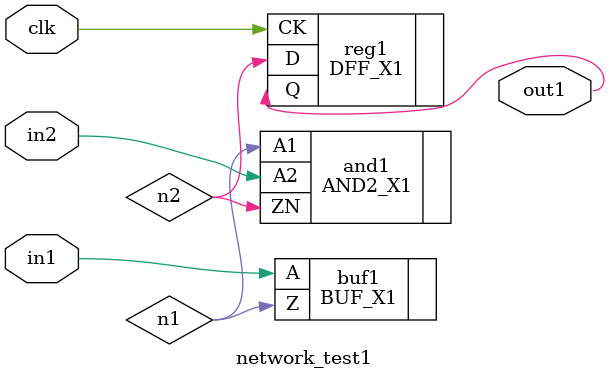
<source format=v>
module network_test1 (clk, in1, in2, out1);
  input clk, in1, in2;
  output out1;
  wire n1, n2;

  BUF_X1 buf1 (.A(in1), .Z(n1));
  AND2_X1 and1 (.A1(n1), .A2(in2), .ZN(n2));
  DFF_X1 reg1 (.D(n2), .CK(clk), .Q(out1));
endmodule

</source>
